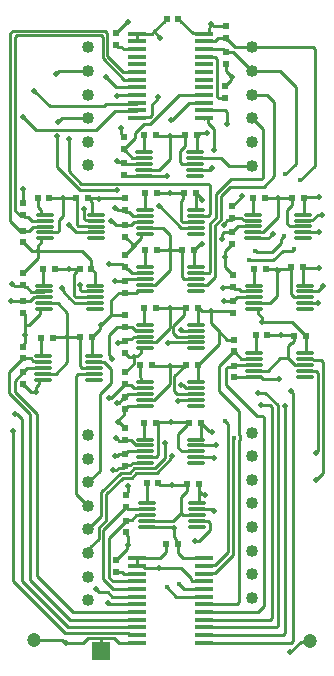
<source format=gtl>
G04*
G04 #@! TF.GenerationSoftware,Altium Limited,Altium Designer,20.1.12 (249)*
G04*
G04 Layer_Physical_Order=1*
G04 Layer_Color=255*
%FSLAX25Y25*%
%MOIN*%
G70*
G04*
G04 #@! TF.SameCoordinates,9E92894B-ADF9-450B-81D9-0332103B8D06*
G04*
G04*
G04 #@! TF.FilePolarity,Positive*
G04*
G01*
G75*
%ADD12C,0.01000*%
%ADD22R,0.02362X0.01968*%
%ADD23R,0.01968X0.02362*%
G04:AMPARAMS|DCode=24|XSize=57.87mil|YSize=11.02mil|CornerRadius=1.38mil|HoleSize=0mil|Usage=FLASHONLY|Rotation=0.000|XOffset=0mil|YOffset=0mil|HoleType=Round|Shape=RoundedRectangle|*
%AMROUNDEDRECTD24*
21,1,0.05787,0.00827,0,0,0.0*
21,1,0.05512,0.01102,0,0,0.0*
1,1,0.00276,0.02756,-0.00413*
1,1,0.00276,-0.02756,-0.00413*
1,1,0.00276,-0.02756,0.00413*
1,1,0.00276,0.02756,0.00413*
%
%ADD24ROUNDEDRECTD24*%
%ADD25R,0.05906X0.05906*%
G04:AMPARAMS|DCode=26|XSize=61.81mil|YSize=16.14mil|CornerRadius=2.02mil|HoleSize=0mil|Usage=FLASHONLY|Rotation=0.000|XOffset=0mil|YOffset=0mil|HoleType=Round|Shape=RoundedRectangle|*
%AMROUNDEDRECTD26*
21,1,0.06181,0.01211,0,0,0.0*
21,1,0.05778,0.01614,0,0,0.0*
1,1,0.00404,0.02889,-0.00605*
1,1,0.00404,-0.02889,-0.00605*
1,1,0.00404,-0.02889,0.00605*
1,1,0.00404,0.02889,0.00605*
%
%ADD26ROUNDEDRECTD26*%
%ADD27C,0.04000*%
%ADD28C,0.02000*%
%ADD29C,0.01772*%
%ADD30C,0.04724*%
D12*
X63442Y74439D02*
X65106D01*
X65158Y74490D01*
X65059Y79680D02*
X65158Y79582D01*
Y74490D02*
Y79582D01*
X65059Y79680D02*
Y80066D01*
X65256D02*
X65740Y79582D01*
Y79385D02*
Y79582D01*
X65059Y80066D02*
X65256D01*
X65740Y79385D02*
X67867Y77258D01*
X68510D01*
X68701Y77067D01*
X85571Y113740D02*
Y115157D01*
Y113740D02*
X85630Y113681D01*
X85728Y113779D01*
X82401Y143525D02*
X85848D01*
X82382Y143506D02*
X82401Y143525D01*
X85848D02*
X90945Y148622D01*
Y154823D01*
X89075Y142970D02*
Y143012D01*
X87642Y141537D02*
X89075Y142970D01*
X82382Y141537D02*
X87642D01*
X92421Y137402D02*
X95768D01*
X96260Y137894D01*
X92913Y142224D02*
Y142323D01*
X91980Y141291D02*
X92913Y142224D01*
X90444Y131398D02*
X91240D01*
X86811D02*
X89771D01*
X90174Y130995D01*
X90444D01*
X81201Y134153D02*
X89173D01*
X83378Y137303D02*
X83772Y136909D01*
X83169Y137303D02*
X83378D01*
X83772Y136909D02*
X88878D01*
X64862Y176673D02*
X67126D01*
X56701Y40265D02*
Y41299D01*
X56102Y41898D02*
X56701Y41299D01*
X56102Y41898D02*
Y44882D01*
X47047Y45408D02*
X55577D01*
X56102Y44882D01*
X37588Y80895D02*
X39408Y82715D01*
X37588Y80325D02*
Y80895D01*
X35860Y64173D02*
X36911D01*
X37707Y64969D01*
X35425Y101386D02*
Y101571D01*
X34547Y102448D02*
X35425Y101571D01*
X39862Y112106D02*
X42224D01*
X37303D02*
X39862D01*
X42699Y99704D02*
Y100634D01*
X42706Y101958D02*
X42815Y102067D01*
X42706Y100640D02*
Y101958D01*
X42699Y100634D02*
X42706Y100640D01*
X8465Y90256D02*
X10138D01*
Y91988D01*
X11024Y134941D02*
Y137303D01*
X20669Y131299D02*
X24409D01*
X24902Y124388D02*
Y125996D01*
X23109Y119865D02*
X29781D01*
X21217Y121757D02*
X23109Y119865D01*
X19496Y123478D02*
Y124032D01*
X24902Y125996D02*
X24917Y126012D01*
X21217Y121757D02*
Y121757D01*
X19496Y123478D02*
X21217Y121757D01*
X18996Y124532D02*
X19496Y124032D01*
X24902Y124388D02*
X25487Y123802D01*
X18996Y124532D02*
Y124803D01*
X25487Y123802D02*
X29781D01*
X73032Y137205D02*
X75591Y139764D01*
X73032Y131988D02*
X75886Y129134D01*
X73032Y135335D02*
Y137205D01*
Y131988D02*
Y135335D01*
X30730Y154823D02*
X30996Y154557D01*
X27830Y154823D02*
X30730D01*
X30996Y154557D02*
X31266D01*
X39240Y166961D02*
X39930Y166271D01*
X37238Y167152D02*
X37429Y166961D01*
X39240D01*
X16634Y131299D02*
X20669D01*
X95177Y131405D02*
Y131890D01*
Y122989D02*
Y131405D01*
X88271Y119865D02*
X90650Y122244D01*
Y130261D02*
X91092Y130704D01*
X90650Y122244D02*
Y130261D01*
X91092Y130704D02*
Y131250D01*
X39961Y78248D02*
Y78445D01*
X39476Y78929D02*
X39961Y78445D01*
X39279Y78929D02*
X39476D01*
X37790Y80419D02*
X39279Y78929D01*
X37495Y80419D02*
X37790D01*
X39408Y84093D02*
X39862Y84547D01*
X39408Y82715D02*
Y84093D01*
X41008Y85693D02*
X46555D01*
X40543Y85228D02*
X41008Y85693D01*
X40347Y85228D02*
X40543D01*
X39862Y84744D02*
X40347Y85228D01*
X39862Y84547D02*
Y84744D01*
X39469Y175115D02*
Y175312D01*
X38984Y175796D02*
X39469Y175312D01*
X38972Y175796D02*
X38984D01*
X38386Y176382D02*
X38972Y175796D01*
X38386Y176382D02*
Y178248D01*
X31890Y8243D02*
X36245D01*
X27534D02*
X31890D01*
X31791Y3937D02*
Y8145D01*
X31890Y8243D01*
X23720Y146068D02*
Y155050D01*
X18799Y7776D02*
X19980Y6594D01*
X37795Y6693D02*
X43701D01*
X36245Y8243D02*
X37795Y6693D01*
X20079D02*
X25984D01*
X27534Y8243D01*
X36952Y209941D02*
Y210138D01*
X37436Y210622D01*
X37633D01*
X40692Y213681D01*
X40945D01*
X75984Y203543D02*
X82284Y197244D01*
X91535D01*
X82284Y205118D02*
X102450D01*
X76673D02*
X82284D01*
X63878Y175886D02*
X64075D01*
X64862Y176673D01*
X75714Y35950D02*
Y74504D01*
X69795Y30031D02*
X75714Y35950D01*
X66299Y29724D02*
X66606Y30031D01*
X69795D01*
X69316Y50591D02*
X69587D01*
X64028Y51262D02*
X68645D01*
X69316Y50591D01*
X74114Y36973D02*
Y79614D01*
X63976Y51313D02*
X64028Y51262D01*
X69732Y32591D02*
X74114Y36973D01*
X77987Y20207D02*
Y74177D01*
Y76019D02*
X78086Y75921D01*
X77987Y76019D02*
Y83824D01*
X78086Y74276D02*
Y75921D01*
X77987Y74177D02*
X78086Y74276D01*
X75714Y74504D02*
X76100Y74890D01*
Y75098D01*
X73228Y80500D02*
X74114Y79614D01*
X73228Y80500D02*
Y80709D01*
X88878Y136909D02*
X91980Y140012D01*
Y141291D01*
X89173Y134153D02*
X92421Y137402D01*
X63583Y156578D02*
X63779D01*
X64264Y156094D01*
Y155897D02*
Y156094D01*
Y155897D02*
X65650Y154511D01*
Y154331D02*
Y154511D01*
X67158Y125917D02*
X69882Y128642D01*
Y145815D01*
X93307Y162992D02*
X96752Y166437D01*
Y192028D01*
X91535Y197244D02*
X96752Y192028D01*
X98327Y161024D02*
X103035Y165732D01*
X102450Y205118D02*
X103035Y204532D01*
Y165732D02*
Y204532D01*
X66606Y32591D02*
X69732D01*
X66299Y32283D02*
X66606Y32591D01*
X63493Y72522D02*
X69963D01*
X70079Y72638D01*
X63493Y68585D02*
X69200D01*
X63442Y68533D02*
X63493Y68585D01*
X53740Y25197D02*
Y25295D01*
X56890Y22047D02*
X66299D01*
X53740Y25197D02*
X56890Y22047D01*
X57874Y26378D02*
X59646Y24606D01*
X66299D01*
X63249Y40644D02*
X64365D01*
X68110Y44390D02*
Y46739D01*
X63058Y40453D02*
X63249Y40644D01*
X64365D02*
X68110Y44390D01*
X60433Y57284D02*
Y59744D01*
X47047Y47376D02*
X55742D01*
X58465Y50098D01*
X59219Y49345D02*
X63976D01*
X67524Y47325D02*
X68110Y46739D01*
X64028Y47325D02*
X67524D01*
X63976Y47376D02*
X64028Y47325D01*
X58465Y50098D02*
X59219Y49345D01*
X71161Y90650D02*
X77987Y83824D01*
X77268Y19488D02*
X77987Y20207D01*
X72753Y125197D02*
X75886D01*
X72597Y125041D02*
X72753Y125197D01*
X72764Y120543D02*
X75759D01*
X76370Y121153D01*
X72736Y120571D02*
X72764Y120543D01*
X73524Y197244D02*
Y199606D01*
Y197244D02*
X75492Y195276D01*
X73048Y192126D02*
Y192323D01*
X73532Y192807D01*
X73729D01*
X75301Y194378D01*
Y195084D01*
X75492Y195276D01*
X62507Y209852D02*
X67605D01*
X67804Y210051D01*
Y211465D01*
X68214Y211876D01*
Y212801D01*
X68405Y212992D01*
X69463Y212205D02*
X73524D01*
X68676Y212992D02*
X69463Y212205D01*
X68405Y212992D02*
X68676D01*
X31594Y154823D02*
X39764D01*
X39879Y162385D02*
X46260D01*
X39567Y162697D02*
X39879Y162385D01*
X46260D02*
X46277Y162402D01*
X53740D01*
X27633Y154823D02*
X27830D01*
X28142Y154511D01*
X27461Y154995D02*
X27633Y154823D01*
X54921Y137598D02*
Y142618D01*
X46611Y145045D02*
X52494D01*
X54921Y142618D01*
X5906Y153150D02*
X5906Y153150D01*
Y157874D01*
X5906Y129823D02*
Y130020D01*
X6390Y130504D01*
X6587D01*
X11024Y134941D01*
X28642Y131398D02*
Y134153D01*
X25492Y137303D02*
X28642Y134153D01*
X11024Y137303D02*
X25492D01*
X39862Y123425D02*
X43689D01*
X44213Y123949D01*
X46555D01*
X37697Y123425D02*
X39862D01*
X35138Y120866D02*
X37697Y123425D01*
X35138Y116043D02*
Y120866D01*
X39961Y135925D02*
X40445Y136409D01*
Y136705D01*
X42717Y138976D01*
Y139173D02*
Y139182D01*
Y138976D02*
Y139173D01*
X45197Y143077D02*
X46611D01*
X45146Y143026D02*
X45197Y143077D01*
X45146Y141611D02*
Y143026D01*
X42717Y139182D02*
X45146Y141611D01*
X39862Y141831D02*
Y142028D01*
Y141831D02*
X40346Y141347D01*
X40543D01*
X42717Y139173D01*
X62795Y137450D02*
X62992D01*
X63476Y137934D01*
Y138131D01*
X64623Y139277D01*
X65458D01*
X65650Y139469D01*
X75590Y152182D02*
Y152379D01*
X76075Y152863D01*
X76272D01*
X78839Y155430D01*
Y155512D01*
X99410Y155038D02*
X99785Y155413D01*
X104429D01*
X99114Y131890D02*
X99409Y131595D01*
X104626D01*
X76460Y95357D02*
X82874D01*
X76279Y95177D02*
X76460Y95357D01*
X82874D02*
X85216D01*
X85268Y95306D01*
Y95172D02*
Y95306D01*
Y95172D02*
X85853Y94587D01*
X91142D01*
X71211Y110482D02*
X73917Y107776D01*
X68504Y113189D02*
X71211Y110482D01*
X64075Y99194D02*
X64272D01*
X64756Y99678D01*
Y99875D01*
X71211Y106330D01*
Y110482D01*
X100000Y108957D02*
X100197D01*
X99516Y109441D02*
X100000Y108957D01*
X99516Y109441D02*
Y109638D01*
X95374Y113779D02*
X99516Y109638D01*
X85728Y113779D02*
X95374D01*
X82832Y117897D02*
X84246D01*
X84297Y117845D01*
Y116431D02*
Y117845D01*
Y116431D02*
X85571Y115157D01*
X73917Y107776D02*
X76083D01*
X68504Y113189D02*
Y117323D01*
X64272Y118322D02*
X64468D01*
X65468Y117323D01*
X68504D01*
X75886Y116535D02*
Y116732D01*
X75402Y117217D02*
X75886Y116732D01*
X75205Y117217D02*
X75402D01*
X75098Y117323D02*
X75205Y117217D01*
X68504Y117323D02*
X75098D01*
X39961Y96966D02*
Y97162D01*
X40445Y97647D01*
X40642D01*
X42699Y99704D01*
X39961Y103248D02*
Y103445D01*
Y103248D02*
X40445Y102764D01*
X40642D01*
X41309Y102096D01*
X42785D01*
X42815Y102067D01*
X45141Y104821D02*
X46555D01*
X45090Y104770D02*
X45141Y104821D01*
X45090Y103355D02*
Y104770D01*
X43992Y102258D02*
X45090Y103355D01*
X43006Y102258D02*
X43992D01*
X42815Y102067D02*
X43006Y102258D01*
X35138Y116043D02*
X39862D01*
X31791Y112697D02*
X35138Y116043D01*
X28839Y108465D02*
X29035D01*
X29520Y108949D01*
Y109146D01*
X31663Y111289D01*
Y112569D01*
X31791Y112697D01*
X6398Y112746D02*
Y116240D01*
Y109252D02*
Y112746D01*
X11437Y117897D02*
X12851D01*
X11386Y117845D02*
X11437Y117897D01*
X11386Y116431D02*
Y117845D01*
X7701Y112746D02*
X11386Y116431D01*
X6398Y112746D02*
X7701D01*
X6004Y116634D02*
X6398Y116240D01*
X5807Y105413D02*
X6291Y105898D01*
Y106574D01*
X6398Y106680D01*
Y109252D01*
X5807Y92716D02*
Y92913D01*
Y92716D02*
X6291Y92232D01*
X6488D01*
X8465Y90256D01*
X11142Y94406D02*
X12556D01*
X11091Y94355D02*
X11142Y94406D01*
X11091Y92941D02*
Y94355D01*
X10138Y91988D02*
X11091Y92941D01*
X39961Y65650D02*
X40375Y66064D01*
X41833D01*
X42283Y66514D01*
X46462D01*
X46513Y66565D01*
X39961Y65453D02*
Y65650D01*
X39476Y64969D02*
X39961Y65453D01*
X37707Y64969D02*
X39476D01*
X40157Y56004D02*
Y56201D01*
X40945Y56988D01*
Y58957D01*
X64370Y57382D02*
Y59744D01*
Y53333D02*
Y57382D01*
X66344Y56195D02*
X66535Y56004D01*
X65557Y56195D02*
X66344D01*
X64370Y57382D02*
X65557Y56195D01*
X101369Y7078D02*
X101673Y7382D01*
X98515Y7078D02*
X101369D01*
X94980Y3543D02*
X98515Y7078D01*
X61713Y27751D02*
Y28445D01*
X62298Y27165D02*
X66299D01*
X61713Y27751D02*
X62298Y27165D01*
X58465Y31693D02*
X61713Y28445D01*
X51279Y31693D02*
X58465D01*
X43701Y32283D02*
X45984D01*
X46575Y31693D01*
X51279D01*
X57185Y39781D02*
X57382D01*
X56701Y40265D02*
X57185Y39781D01*
X36952Y34252D02*
Y34449D01*
X37436Y34933D01*
X37633D01*
X40641Y37941D01*
Y39263D01*
X40748Y39370D01*
X40157Y43504D02*
X40642Y43020D01*
Y42343D02*
Y43020D01*
Y42343D02*
X40748Y42237D01*
Y39370D02*
Y42237D01*
X9449Y7776D02*
X18799D01*
X20079Y6693D02*
X20079Y6693D01*
X19980Y6594D02*
X20079Y6693D01*
X71161Y90650D02*
Y98917D01*
X43307Y175017D02*
Y176654D01*
X40150Y171859D02*
X43307Y175017D01*
Y176654D02*
X46340Y179687D01*
X57866Y189272D02*
X66299D01*
X48282Y179687D02*
X57866Y189272D01*
X50386Y187910D02*
X50886Y188410D01*
X48819Y186122D02*
X50386Y187689D01*
X50886Y188410D02*
Y188681D01*
X44008Y181902D02*
X48233D01*
X48819Y182487D01*
X50386Y187689D02*
Y187910D01*
X48819Y182487D02*
Y186122D01*
X46340Y179687D02*
X48282D01*
X39469Y170981D02*
Y171375D01*
X43701Y181595D02*
X44008Y181902D01*
X39370Y204626D02*
X43701D01*
X36952Y205865D02*
Y206004D01*
Y205865D02*
X37436Y205381D01*
X38615D01*
X39370Y204626D01*
X49549Y210491D02*
X53059Y214001D01*
X48802Y209744D02*
X49549Y210491D01*
X51673Y208366D02*
X51673D01*
X49549Y210491D02*
X51673Y208366D01*
X43701Y207185D02*
Y209744D01*
X36647Y68799D02*
X37050D01*
X36722Y74803D02*
X37224D01*
X58047Y87661D02*
X63484D01*
X60241Y91650D02*
X63433D01*
X57480Y87303D02*
X57689D01*
X58047Y87661D01*
X59272Y92618D02*
X60241Y91650D01*
X63433D02*
X63484Y91598D01*
X58366Y92618D02*
X59272D01*
X49781Y64914D02*
X53051Y68183D01*
Y73327D01*
X23403Y121834D02*
X29781D01*
X22817Y122419D02*
Y129510D01*
Y122419D02*
X23403Y121834D01*
X34547Y132874D02*
X35449D01*
X35552Y132978D01*
X54921Y118209D02*
X60025D01*
X55905Y112303D02*
X59654Y116051D01*
X58661Y110858D02*
X58793Y110726D01*
X63484D01*
X55905Y109941D02*
Y112303D01*
X57089Y108758D02*
X63484D01*
X55905Y109941D02*
X57089Y108758D01*
X56266Y95519D02*
X59861Y99114D01*
X56266Y90544D02*
X57180Y89630D01*
X56266Y90544D02*
Y95519D01*
X82874Y97326D02*
X87385D01*
X91535Y101476D02*
X94291D01*
X87385Y97326D02*
X91535Y101476D01*
X87303Y109153D02*
X87402Y109252D01*
X92028D01*
X95964D02*
X96260Y108957D01*
X92028Y109252D02*
X95964D01*
X82331Y147494D02*
X82382Y147442D01*
X78628Y148245D02*
X79379Y147494D01*
X82331D01*
X75590Y148245D02*
X78628D01*
X63591Y149033D02*
X67623D01*
Y159744D02*
X68209Y159158D01*
X25295Y159744D02*
X67623D01*
Y149033D02*
X68209Y149619D01*
Y159158D01*
X73109Y146780D02*
X73939Y147610D01*
X75590Y148094D02*
Y148245D01*
X70175Y156197D02*
X75099Y161122D01*
X73109Y146073D02*
Y146780D01*
X69882Y145815D02*
X71775Y147708D01*
X68282Y146478D02*
X70175Y148371D01*
X75106Y147610D02*
X75590Y148094D01*
X72918Y145881D02*
X73109Y146073D01*
X70175Y148371D02*
Y156197D01*
X73939Y147610D02*
X75106D01*
X71775Y147708D02*
Y155535D01*
X68282Y130440D02*
Y146478D01*
X71775Y155535D02*
X75000Y158760D01*
X86221D01*
X72146Y141339D02*
Y143028D01*
X72864Y143747D01*
X75545D01*
X75591Y143701D01*
X63484Y129854D02*
X67696D01*
X68282Y130440D01*
X75099Y161122D02*
X85241D01*
X63540Y148982D02*
X63591Y149033D01*
X99778Y119882D02*
X104313D01*
X46260Y164353D02*
X51066D01*
X54823Y168110D02*
Y175492D01*
X51066Y164353D02*
X54823Y168110D01*
X50295Y175984D02*
X50779Y175500D01*
X51554D01*
X51562Y175492D01*
X54823D01*
X59547D02*
X59941Y175886D01*
X54823Y175492D02*
X59547D01*
X46555Y125917D02*
X46606Y125969D01*
X49984D01*
X54921Y130905D02*
Y137598D01*
X49984Y125969D02*
X54921Y130905D01*
X58710Y137598D02*
X58858Y137450D01*
X54921Y137598D02*
X58710D01*
X50492Y137450D02*
X50641Y137598D01*
X54921D01*
X12607Y96426D02*
X16702D01*
X20669Y100394D02*
Y108465D01*
X16702Y96426D02*
X20669Y100394D01*
X12556Y96375D02*
X12607Y96426D01*
X12851Y119865D02*
X17438D01*
X20669Y108465D02*
Y116634D01*
X17438Y119865D02*
X20669Y116634D01*
X24902Y108465D02*
X24902Y108465D01*
X20669Y108465D02*
X24902D01*
X15846Y108366D02*
X15945Y108465D01*
X20669D01*
X24409Y131299D02*
X24508Y131398D01*
X16535Y131398D02*
X16634Y131299D01*
X17815Y147736D02*
X19193Y149114D01*
X13240Y143514D02*
X17229D01*
X17815Y144100D01*
Y147736D01*
X13189Y143463D02*
X13240Y143514D01*
X19193Y149114D02*
Y154921D01*
X23450D02*
X23524Y154995D01*
X19193Y154921D02*
X23450D01*
X14665Y154995D02*
X14739Y154921D01*
X19193D01*
X95257Y154823D02*
X95472Y155038D01*
X90945Y154823D02*
X95257D01*
X86516Y155038D02*
X86731Y154823D01*
X90945D01*
X91092Y131250D02*
X91240Y131398D01*
X82832Y119865D02*
X88271D01*
X94693Y131405D02*
X95177Y131890D01*
X93918Y131405D02*
X94693D01*
X93910Y131398D02*
X93918Y131405D01*
X91240Y131398D02*
X93910D01*
X50096Y106789D02*
X51575Y108268D01*
X51575D01*
X46555Y106789D02*
X50096D01*
X51575Y108268D02*
X54921Y111614D01*
Y118209D01*
X50098Y118322D02*
X50212Y118209D01*
X54921D01*
X59654Y117838D02*
X60025Y118209D01*
X60221D01*
X60335Y118322D01*
X54823Y92913D02*
Y99114D01*
X49622Y87713D02*
X54823Y92913D01*
X46555Y87661D02*
X46606Y87713D01*
X49622D01*
X59861Y99114D02*
X60058D01*
X54823D02*
X59861D01*
X60058D02*
X60138Y99194D01*
X48917D02*
X48997Y99114D01*
X54823D01*
X46513Y68533D02*
X50202D01*
X50295Y80066D02*
X50303D01*
X50787Y79582D01*
Y69119D02*
Y79582D01*
X50202Y68533D02*
X50787Y69119D01*
X61070Y80118D02*
X61122Y80066D01*
X55216Y80118D02*
X61070D01*
X50295Y80066D02*
X50348Y80118D01*
X55216D01*
X60039Y59350D02*
X60433Y59744D01*
X55610Y59350D02*
X60039D01*
X50984Y59842D02*
X51468Y59358D01*
X52243D01*
X52251Y59350D01*
X55610D01*
X33563Y47538D02*
Y56299D01*
X39032Y61769D01*
X31077Y45052D02*
X33563Y47538D01*
X27559Y44488D02*
X31963Y48892D01*
Y56962D01*
X38370Y63368D01*
X55266Y68947D02*
X55413Y69095D01*
X55266Y68135D02*
Y68947D01*
X50444Y63314D02*
X55266Y68135D01*
X57480Y76424D02*
X60441Y79385D01*
X57480Y71752D02*
Y76424D01*
Y71752D02*
X58730Y70502D01*
X42946Y64914D02*
X49781D01*
X41401Y63368D02*
X42946Y64914D01*
X39032Y61769D02*
X42063D01*
X38370Y63368D02*
X41401D01*
X42063Y61769D02*
X43608Y63314D01*
X50444D01*
X28133Y38468D02*
X31077Y41412D01*
Y45052D01*
X27559Y36614D02*
X28133Y37188D01*
Y38468D01*
X32677Y44390D02*
X40157Y51870D01*
X32677Y27954D02*
Y44390D01*
Y27954D02*
X36025Y24606D01*
X34449Y28445D02*
X35728Y27165D01*
X34449Y41732D02*
X39476Y46760D01*
X34449Y28445D02*
Y41732D01*
X57180Y89630D02*
X63484D01*
X27559Y60236D02*
X31398Y64075D01*
Y89468D02*
X35138Y93209D01*
X31398Y64075D02*
Y89468D01*
X37738Y86520D02*
X39021Y87803D01*
X37305Y86520D02*
X37738D01*
X35155Y88386D02*
X39879Y93110D01*
X34449Y88386D02*
X35155D01*
X43244Y72788D02*
X43244D01*
X43510Y72522D02*
X46462D01*
X43244Y72788D02*
X43510Y72522D01*
X42519Y73513D02*
X43244Y72788D01*
X42519Y73513D02*
Y73513D01*
X39961Y74311D02*
X40099Y74173D01*
X41859D02*
X42519Y73513D01*
X40099Y74173D02*
X41859D01*
X46462Y72522D02*
X46513Y72470D01*
X37050Y68799D02*
X37887Y69636D01*
X39911D01*
X37224Y74803D02*
X38023Y74004D01*
X39654D01*
X30199Y24483D02*
X30310D01*
X31269Y23524D01*
X34055D01*
X39378Y87803D02*
X39862Y88287D01*
X39911Y69636D02*
X39961Y69587D01*
X39021Y87803D02*
X39378D01*
X39862Y88287D02*
Y88681D01*
X39654Y74004D02*
X39961Y74311D01*
X34055Y23524D02*
X35531Y22047D01*
X43701D01*
X54331Y106595D02*
X54526Y106789D01*
X63484D01*
X59654Y116051D02*
Y117838D01*
X23524Y56398D02*
X27559Y52362D01*
X23524Y95772D02*
X24109Y96358D01*
X29469D01*
X23524Y56398D02*
Y95772D01*
X29469Y96358D02*
X29485Y96375D01*
X35138Y93209D02*
Y97933D01*
X32810Y100261D02*
X35138Y97933D01*
X29536Y100261D02*
X32810D01*
X29485Y100312D02*
X29536Y100261D01*
X42715Y108758D02*
X46555D01*
X39961Y107382D02*
X40415Y107836D01*
X41793D01*
X42715Y108758D01*
X42224Y112106D02*
X43553Y110777D01*
X46504D01*
X46555Y110726D01*
X63442Y72470D02*
X63493Y72522D01*
X103543Y69992D02*
X104207Y70656D01*
X103543Y69784D02*
Y69992D01*
X104207Y70656D02*
Y96740D01*
X99803Y97326D02*
X103621D01*
X104207Y96740D01*
X99803Y101263D02*
X99854Y101212D01*
X102511D01*
X102640Y101083D01*
X105118D01*
X105807Y63386D02*
Y100394D01*
X105118Y101083D02*
X105807Y100394D01*
X103445Y61024D02*
X105807Y63386D01*
X99761Y123802D02*
X104216D01*
X105905Y125492D01*
X99761Y119865D02*
X99778Y119882D01*
X105368Y149265D02*
X105413Y149311D01*
X99311Y147442D02*
X99362Y147494D01*
X102313D01*
X104085Y149265D01*
X105368D01*
X99311Y143506D02*
X99313Y143504D01*
X104626D01*
X53543Y214682D02*
X53740D01*
X53059Y214198D02*
X53543Y214682D01*
X53059Y214001D02*
Y214198D01*
X43701Y209744D02*
X48802D01*
X58358Y214001D02*
X62507Y209852D01*
X58358Y214001D02*
Y214198D01*
X57874Y214682D02*
X58358Y214198D01*
X57677Y214682D02*
X57874D01*
X82284Y189370D02*
X87205D01*
X89665Y186909D01*
Y162205D02*
Y186909D01*
X86221Y158760D02*
X89665Y162205D01*
X75591Y143701D02*
Y143898D01*
X63484Y125917D02*
X67158D01*
X82284Y181496D02*
X85827Y177953D01*
Y161708D02*
Y177953D01*
X85241Y161122D02*
X85827Y161708D01*
X22817Y129510D02*
X24024Y130717D01*
X26710Y147451D02*
X30067D01*
X26124Y148037D02*
Y151223D01*
Y148037D02*
X26710Y147451D01*
X3715Y82874D02*
X5474Y81115D01*
X3347Y82874D02*
X3715D01*
X17864Y197293D02*
X27559D01*
X16732Y196161D02*
X17864Y197293D01*
X9646Y190748D02*
Y190748D01*
Y190748D02*
X14764Y185630D01*
X32874D01*
X18750Y181545D02*
X27559D01*
X17618Y180413D02*
X18750Y181545D01*
X17126Y165157D02*
Y175492D01*
X24024Y130717D02*
Y130913D01*
X21161Y163878D02*
X25295Y159744D01*
X24803Y157480D02*
X37303D01*
X5906Y144095D02*
X7972D01*
X9309Y145431D02*
X13189D01*
X7972Y144095D02*
X9309Y145431D01*
X8801Y147400D02*
X13189D01*
X5906Y149095D02*
Y149213D01*
Y149095D02*
X6390Y148611D01*
X7590D01*
X8801Y147400D01*
X23467Y143463D02*
X30118D01*
X21063Y145866D02*
X23467Y143463D01*
X30067Y147451D02*
X30118Y147400D01*
X34547Y109350D02*
X37303Y112106D01*
X34547Y102448D02*
Y109350D01*
X17126Y165157D02*
X24803Y157480D01*
X51083Y152461D02*
X58498Y145045D01*
X51034Y152378D02*
Y152411D01*
X51083Y152461D01*
X58498Y145045D02*
X63540D01*
X69390Y170990D02*
Y177953D01*
Y170990D02*
X69427Y170953D01*
X66142Y181437D02*
X66299Y181595D01*
X68290Y164353D02*
X68996Y165059D01*
X63189Y164353D02*
X68290D01*
X36231Y146653D02*
X36232D01*
X39862Y145965D02*
X41943D01*
X36232Y146653D02*
X36921Y145965D01*
X42992Y147014D02*
X46611D01*
X35467Y147417D02*
X36231Y146653D01*
X36921Y145965D02*
X39862D01*
X41943D02*
X42992Y147014D01*
X35260Y147417D02*
X35467D01*
X58952Y147014D02*
X63540D01*
X58366Y147600D02*
X58952Y147014D01*
X58366Y147600D02*
Y153839D01*
X59232Y156164D02*
X59564Y156496D01*
X59646Y156578D01*
X54921Y156496D02*
X59564D01*
X50590Y156578D02*
X50672Y156496D01*
X54921D01*
X21161Y163878D02*
Y174508D01*
X74410Y165748D02*
X82284D01*
X63189Y168290D02*
X71867D01*
X74410Y165748D01*
X81472Y173622D02*
X82284D01*
X40248Y150205D02*
X41232D01*
X39764Y150689D02*
Y150886D01*
Y150689D02*
X40248Y150205D01*
X41232D02*
X42455Y148982D01*
X66299Y6693D02*
X95182D01*
X95768Y7279D01*
X95235Y90428D02*
Y90690D01*
X95768Y7279D02*
Y89895D01*
X95235Y90428D02*
X95768Y89895D01*
X90847Y12397D02*
Y85827D01*
X84252Y90059D02*
X86614D01*
X90847Y85827D01*
X88091Y85827D02*
X88779Y85138D01*
X85236Y85827D02*
X88091D01*
X35552Y132978D02*
X35593Y132937D01*
X11909Y102332D02*
Y108366D01*
Y102332D02*
X11961Y102280D01*
X12556D01*
X29469Y98327D02*
X29485Y98343D01*
X25492Y98327D02*
X29469D01*
X24902Y98917D02*
Y108465D01*
Y98917D02*
X25492Y98327D01*
X28839Y102332D02*
Y108465D01*
Y102332D02*
X28890Y102280D01*
X29485D01*
X21654Y14370D02*
X43701D01*
X8268Y27756D02*
Y82973D01*
Y27756D02*
X21654Y14370D01*
X1349Y89892D02*
X8268Y82973D01*
X10531Y28937D02*
X22539Y16929D01*
X3150Y90354D02*
X10531Y82972D01*
Y28937D02*
Y82972D01*
X22539Y16929D02*
X43701D01*
X19914Y9904D02*
X40765D01*
X2559Y27259D02*
X11731Y18087D01*
X11731D02*
X19914Y9904D01*
X11731Y18087D02*
X11731D01*
X5474Y27303D02*
Y81115D01*
Y27303D02*
X12574Y20202D01*
X2559Y27259D02*
Y77165D01*
X12574Y20202D02*
X20966Y11811D01*
X39476Y106841D02*
X39961Y107325D01*
Y107382D01*
X37567Y106841D02*
X39476D01*
X37419Y106693D02*
X37567Y106841D01*
X40765Y9904D02*
X41417Y9252D01*
X20966Y11811D02*
X43701D01*
X41417Y9252D02*
X43701D01*
X34449Y19488D02*
X43701D01*
X34154Y19783D02*
X34449Y19488D01*
X3150Y93996D02*
X6291Y97138D01*
X3150Y90354D02*
Y93996D01*
X1349Y97018D02*
X5126Y100795D01*
X1349Y89892D02*
Y97018D01*
X6291Y97138D02*
Y97531D01*
X5126Y100795D02*
X5323D01*
X5807Y101279D01*
Y101476D02*
X8440D01*
X9287Y100629D01*
X9896D01*
X10214Y100312D01*
X12556D01*
X5807Y101279D02*
Y101476D01*
X6291Y97531D02*
X6488D01*
X7300Y98343D01*
X12556D01*
X39862Y88681D02*
X40347Y89165D01*
X40543D01*
X41008Y89630D01*
X46555D01*
X46520Y91634D02*
X46555Y91598D01*
X42815Y91634D02*
X46520D01*
X41834Y92615D02*
X42815Y91634D01*
X39961Y93028D02*
X40374Y92615D01*
X41834D01*
X39879Y93110D02*
X39961Y93028D01*
X43655Y49293D02*
X46996D01*
X40157Y47441D02*
X40410Y47694D01*
X42056D01*
X43655Y49293D01*
X46996D02*
X47047Y49345D01*
X40157Y51870D02*
Y52067D01*
Y51870D02*
X40642Y51386D01*
X40839D01*
X40911Y51313D01*
X47047D01*
X35728Y27165D02*
X43701D01*
X36025Y24606D02*
X43701D01*
X39476Y46760D02*
X39673D01*
X40157Y47244D01*
Y47441D01*
X76279Y99114D02*
X76436Y99270D01*
X82850D01*
X82874Y99294D01*
X76083Y103642D02*
Y103839D01*
Y103642D02*
X76567Y103157D01*
X76764D01*
X78658Y101263D01*
X82874D01*
X73425Y92618D02*
Y98036D01*
X74011Y98622D02*
X75795D01*
X73425Y98036D02*
X74011Y98622D01*
X73425Y92618D02*
X83760Y82284D01*
X86319Y18996D02*
Y81698D01*
X85733Y82284D02*
X86319Y81698D01*
X83760Y82284D02*
X85733D01*
X84252Y16929D02*
X86319Y18996D01*
X66299Y16929D02*
X84252D01*
X66299Y19488D02*
X77268D01*
X75598Y103157D02*
X76083Y103642D01*
X75402Y103157D02*
X75598D01*
X71161Y98917D02*
X75402Y103157D01*
X93209Y9838D02*
Y85630D01*
X66299Y14370D02*
X88194D01*
X88779Y14956D01*
Y85138D01*
X66299Y11811D02*
X90261D01*
X90847Y12397D01*
X92623Y9252D02*
X93209Y9838D01*
X66299Y9252D02*
X92623D01*
X39961Y69587D02*
Y69784D01*
X40445Y70268D01*
X40642D01*
X40876Y70502D01*
X46513D01*
X75591Y143898D02*
X76075Y144382D01*
X76272D01*
X77364Y145474D01*
X82382D01*
X73524Y203543D02*
X75984D01*
X66299Y204626D02*
X72441D01*
X72843Y204224D01*
X73039D01*
X73524Y203740D01*
Y203543D02*
Y203740D01*
X66299Y207185D02*
X66398Y207283D01*
X69784D01*
X70768Y208268D02*
X73524D01*
X69784Y207283D02*
X70768Y208268D01*
X74205Y207587D02*
X76673Y205118D01*
X74008Y207587D02*
X74205D01*
X73524Y208071D02*
X74008Y207587D01*
X73524Y208071D02*
Y208268D01*
X71161Y188189D02*
X73048D01*
X66360Y202006D02*
X69985D01*
X70571Y201420D01*
Y188779D02*
Y201420D01*
Y188779D02*
X71161Y188189D01*
X66299Y202067D02*
X66360Y202006D01*
X43504Y29528D02*
X43701Y29724D01*
X39567Y29528D02*
X43504D01*
X36952Y30315D02*
X37022Y30244D01*
X38850D01*
X39567Y29528D01*
X43701Y32283D02*
Y34843D01*
X51378D01*
X53445Y36909D02*
Y39781D01*
X51378Y34843D02*
X53445Y36909D01*
X57382Y36713D02*
Y39781D01*
Y36713D02*
X59252Y34843D01*
X66299D01*
X58465Y50098D02*
Y55315D01*
X60433Y57284D01*
X64319Y53281D02*
X64370Y53333D01*
X63976Y53281D02*
X64319D01*
X47047Y53281D02*
Y59842D01*
X47047Y53281D02*
X47047Y53281D01*
X58730Y70502D02*
X63442D01*
X60925Y80066D02*
X61122D01*
X60441Y79582D02*
X60925Y80066D01*
X60441Y79385D02*
Y79582D01*
X46358Y74490D02*
Y80066D01*
Y74490D02*
X46409Y74439D01*
X46513D01*
X64075Y93618D02*
Y99194D01*
X64024Y93567D02*
X64075Y93618D01*
X63484Y93567D02*
X64024D01*
X44980Y95142D02*
Y99194D01*
Y95142D02*
X45090Y95032D01*
Y93618D02*
Y95032D01*
Y93618D02*
X45141Y93567D01*
X46555D01*
X46161Y112746D02*
Y118322D01*
Y112746D02*
X46213Y112695D01*
X46555D01*
X64272Y112746D02*
Y118322D01*
X64220Y112695D02*
X64272Y112746D01*
X63484Y112695D02*
X64220D01*
X83366Y103282D02*
Y109153D01*
X83315Y103231D02*
X83366Y103282D01*
X82874Y103231D02*
X83315D01*
X99752Y99345D02*
X99803Y99294D01*
X96422Y99345D02*
X99752D01*
X94291Y101476D02*
X96422Y99345D01*
X94291Y105709D02*
X95177Y106595D01*
X94291Y101476D02*
Y105709D01*
X95177Y106595D02*
X95674D01*
X96260Y107180D02*
Y108957D01*
X95674Y106595D02*
X96260Y107180D01*
X100197Y103282D02*
Y108957D01*
X100146Y103231D02*
X100197Y103282D01*
X99803Y103231D02*
X100146D01*
X76370Y121153D02*
X76567D01*
X77247Y121834D01*
X82832D01*
X78658Y123802D02*
X82832D01*
X75886Y125197D02*
X76340Y124742D01*
X77718D01*
X78658Y123802D01*
X82874Y125813D02*
Y131398D01*
X82832Y125771D02*
X82874Y125813D01*
X95177Y122989D02*
X96281Y121885D01*
X99710D01*
X99761Y121834D01*
X99114Y125822D02*
Y131890D01*
Y125822D02*
X99165Y125771D01*
X99761D01*
X94880Y145474D02*
X99311D01*
X93996Y146358D02*
X94880Y145474D01*
X93996Y146358D02*
Y151083D01*
X95472Y152559D01*
Y155038D01*
X99410Y149462D02*
Y155038D01*
X99358Y149411D02*
X99410Y149462D01*
X99311Y149411D02*
X99358D01*
X82579Y149462D02*
Y155038D01*
X82528Y149411D02*
X82579Y149462D01*
X82382Y149411D02*
X82528D01*
X58875Y166322D02*
X63189D01*
X58169Y167028D02*
X58875Y166322D01*
X58169Y167028D02*
Y170571D01*
X59941Y172343D02*
Y175886D01*
X58169Y170571D02*
X59941Y172343D01*
X63878Y170310D02*
Y175886D01*
X63827Y170259D02*
X63878Y170310D01*
X63189Y170259D02*
X63827D01*
X46358Y170310D02*
Y175984D01*
X46307Y170259D02*
X46358Y170310D01*
X46260Y170259D02*
X46307D01*
X59232Y154705D02*
Y156164D01*
X58366Y153839D02*
X59232Y154705D01*
X63583Y150993D02*
Y156578D01*
X63540Y150951D02*
X63583Y150993D01*
X46654D02*
Y156578D01*
X46611Y150951D02*
X46654Y150993D01*
X39862Y127362D02*
Y127402D01*
X40347Y127886D01*
X46555D01*
X39665Y127165D02*
X39862Y127362D01*
X36417Y127165D02*
X39665D01*
X35593Y132937D02*
X39012D01*
X66299Y181595D02*
X67162D01*
X67469Y181287D01*
Y179873D02*
Y181287D01*
Y179873D02*
X69390Y177953D01*
X58858Y128472D02*
Y137450D01*
X59444Y127886D02*
X63484D01*
X58858Y128472D02*
X59444Y127886D01*
X62795Y131874D02*
Y137450D01*
Y131874D02*
X62846Y131823D01*
X63484D01*
X46555D02*
Y137450D01*
X42291Y129854D02*
X46555D01*
X39961Y131791D02*
Y131988D01*
Y131791D02*
X40445Y131307D01*
X40839D01*
X42291Y129854D01*
X39961Y131988D02*
Y132185D01*
X39476Y132669D02*
X39961Y132185D01*
X39279Y132669D02*
X39476D01*
X39012Y132937D02*
X39279Y132669D01*
X73135Y184153D02*
X73721Y183568D01*
X66024Y184153D02*
X73135D01*
X73721Y179688D02*
Y183568D01*
X32874Y185630D02*
X33612Y186368D01*
X40562Y186406D02*
X43394D01*
X10199Y177756D02*
X30315D01*
X33612Y186368D02*
X40525D01*
X43394Y186406D02*
X43701Y186713D01*
X40525Y186368D02*
X40562Y186406D01*
X30315Y177756D02*
X36417Y183858D01*
X43405D01*
X42455Y148982D02*
X46611D01*
X37524Y150886D02*
X39764D01*
X36750Y151659D02*
X37524Y150886D01*
X36581Y151659D02*
X36750D01*
X37303Y189075D02*
X37500Y189272D01*
X43701D01*
X36713Y191831D02*
X43701D01*
X33366Y195177D02*
X36713Y191831D01*
X43405Y183858D02*
X43701Y184153D01*
X5870Y182085D02*
X10199Y177756D01*
X2866Y125689D02*
X5906D01*
X2374Y126181D02*
X2866Y125689D01*
X2165Y126181D02*
X2374D01*
X5892Y120459D02*
X6004Y120571D01*
X2028Y120459D02*
X5892D01*
X55174Y180896D02*
X55322Y181043D01*
X61280Y186713D02*
X66299D01*
X55610Y181043D02*
X61280Y186713D01*
X55322Y181043D02*
X55610D01*
X46209Y166271D02*
X46260Y166322D01*
X39930Y166271D02*
X46209D01*
X40150Y170497D02*
X42356Y168290D01*
X46260D01*
X39953Y171859D02*
X40150D01*
X39469Y171375D02*
X39953Y171859D01*
X39469Y170981D02*
X39953Y170497D01*
X40150D01*
X37795Y198425D02*
Y198425D01*
X33982Y202239D02*
Y209791D01*
Y202239D02*
X37795Y198425D01*
Y198425D02*
X39272Y196949D01*
X3761Y209128D02*
X31796D01*
X32382Y201476D02*
X39469Y194390D01*
X31796Y209128D02*
X32382Y208543D01*
X1575Y147244D02*
Y209791D01*
X32382Y201476D02*
Y208543D01*
X33045Y210728D02*
X33982Y209791D01*
X2512Y210728D02*
X33045D01*
X1575Y209791D02*
X2512Y210728D01*
X3175Y150736D02*
Y208543D01*
X3761Y209128D01*
X8176Y120571D02*
X9402Y121797D01*
X6004Y120571D02*
X8176D01*
X9402Y121797D02*
X12815D01*
X12851Y121834D01*
X12800Y123751D02*
X12851Y123802D01*
X10143Y123751D02*
X12800D01*
X10113Y123721D02*
X10143Y123751D01*
X8563Y123721D02*
X10113D01*
X5906Y125689D02*
X6390Y125205D01*
X7079D01*
X8563Y123721D01*
X12598Y125822D02*
Y131398D01*
Y125822D02*
X12650Y125771D01*
X12851D01*
X29781D02*
Y130259D01*
X29323Y130717D02*
X29781Y130259D01*
X29323Y130717D02*
Y130913D01*
X28839Y131398D02*
X29323Y130913D01*
X28642Y131398D02*
X28839D01*
X5906Y139961D02*
Y140157D01*
Y139961D02*
X6390Y139476D01*
X6587D01*
X8760Y137303D01*
X11024D01*
X11775Y141494D02*
X13189D01*
X11724Y141443D02*
X11775Y141494D01*
X11724Y140029D02*
Y141443D01*
X11024Y139329D02*
X11724Y140029D01*
X11024Y137303D02*
Y139329D01*
X23401Y155118D02*
X23524Y154995D01*
X10728Y151829D02*
Y154995D01*
Y151829D02*
X11724Y150833D01*
Y149419D02*
Y150833D01*
Y149419D02*
X11775Y149368D01*
X13189D01*
X28988D02*
X30118D01*
X28142Y154314D02*
Y154511D01*
X28937Y149419D02*
X28988Y149368D01*
X28142Y154314D02*
X28937Y153519D01*
Y149419D02*
Y153519D01*
X23720Y146068D02*
X24306Y145482D01*
X30067D01*
X30118Y145431D01*
X4698Y149213D02*
X5906D01*
X3175Y150736D02*
X4698Y149213D01*
X4724Y144095D02*
X5906D01*
X1575Y147244D02*
X4724Y144095D01*
X39469Y194390D02*
X43425D01*
X39272Y196949D02*
X43425D01*
D22*
X28642Y131398D02*
D03*
X24705D02*
D03*
X12598Y131398D02*
D03*
X16535D02*
D03*
X96260Y108957D02*
D03*
X100197D02*
D03*
X87303Y109153D02*
D03*
X83366D02*
D03*
X82874Y131398D02*
D03*
X86811D02*
D03*
X47047Y59842D02*
D03*
X50984D02*
D03*
X64370Y59744D02*
D03*
X60433D02*
D03*
X46358Y80066D02*
D03*
X50295D02*
D03*
X65059D02*
D03*
X61122D02*
D03*
X64075Y99194D02*
D03*
X60138D02*
D03*
X44980D02*
D03*
X48917D02*
D03*
X46161Y118322D02*
D03*
X50098D02*
D03*
X64272D02*
D03*
X60335D02*
D03*
X46555Y137450D02*
D03*
X50492D02*
D03*
X62795D02*
D03*
X58858D02*
D03*
X53445Y39781D02*
D03*
X57382D02*
D03*
X99410Y155038D02*
D03*
X95472D02*
D03*
X53740Y214682D02*
D03*
X57677D02*
D03*
X99114Y131890D02*
D03*
X95177D02*
D03*
X82579Y155038D02*
D03*
X86516D02*
D03*
X46358Y175984D02*
D03*
X50295D02*
D03*
X63878Y175886D02*
D03*
X59941D02*
D03*
X46654Y156578D02*
D03*
X50590D02*
D03*
X63583D02*
D03*
X59646D02*
D03*
X11909Y108366D02*
D03*
X15846D02*
D03*
X28839Y108465D02*
D03*
X24902D02*
D03*
X10728Y154995D02*
D03*
X14665D02*
D03*
X27461Y154995D02*
D03*
X23524D02*
D03*
D23*
X39862Y116043D02*
D03*
Y112106D02*
D03*
X39862Y123425D02*
D03*
Y127362D02*
D03*
X39961Y135925D02*
D03*
Y131988D02*
D03*
X75591Y139764D02*
D03*
Y143701D02*
D03*
X75886Y116535D02*
D03*
Y120472D02*
D03*
Y129134D02*
D03*
Y125197D02*
D03*
X76083Y103839D02*
D03*
Y107776D02*
D03*
X76279Y95177D02*
D03*
Y99114D02*
D03*
X36952Y209941D02*
D03*
Y206004D02*
D03*
X39862Y145965D02*
D03*
Y142028D02*
D03*
X39567Y166634D02*
D03*
Y162697D02*
D03*
X39469Y171178D02*
D03*
Y175115D02*
D03*
X39764Y150886D02*
D03*
Y154823D02*
D03*
X73048Y192126D02*
D03*
Y188189D02*
D03*
X73524Y212205D02*
D03*
Y208268D02*
D03*
X73524Y199606D02*
D03*
Y203543D02*
D03*
X36952Y30315D02*
D03*
Y34252D02*
D03*
X40157Y47441D02*
D03*
Y43504D02*
D03*
X40157Y52067D02*
D03*
Y56004D02*
D03*
X39961Y69587D02*
D03*
Y65650D02*
D03*
X39961Y74311D02*
D03*
Y78248D02*
D03*
X39862Y88484D02*
D03*
Y84547D02*
D03*
X39961Y93028D02*
D03*
Y96966D02*
D03*
X39961Y107382D02*
D03*
Y103445D02*
D03*
X5906Y129823D02*
D03*
Y125886D02*
D03*
X75590Y148245D02*
D03*
Y152182D02*
D03*
X5807Y96850D02*
D03*
Y92913D02*
D03*
X5807Y101476D02*
D03*
Y105413D02*
D03*
X6004Y120571D02*
D03*
Y116634D02*
D03*
X5906Y149213D02*
D03*
Y153150D02*
D03*
X5906Y144095D02*
D03*
Y140157D02*
D03*
D24*
X63484Y112695D02*
D03*
Y110726D02*
D03*
Y108758D02*
D03*
Y106789D02*
D03*
Y104821D02*
D03*
X46555D02*
D03*
Y106789D02*
D03*
Y108758D02*
D03*
Y110726D02*
D03*
Y112695D02*
D03*
X63484Y131823D02*
D03*
Y129854D02*
D03*
Y127886D02*
D03*
Y125917D02*
D03*
Y123949D02*
D03*
X46555D02*
D03*
Y125917D02*
D03*
Y127886D02*
D03*
Y129854D02*
D03*
Y131823D02*
D03*
X12851Y125771D02*
D03*
Y123802D02*
D03*
Y121834D02*
D03*
Y119865D02*
D03*
Y117897D02*
D03*
X29781D02*
D03*
Y119865D02*
D03*
Y121834D02*
D03*
Y123802D02*
D03*
Y125771D02*
D03*
X47047Y53281D02*
D03*
Y51313D02*
D03*
Y49345D02*
D03*
Y47376D02*
D03*
Y45408D02*
D03*
X63976D02*
D03*
Y47376D02*
D03*
Y49345D02*
D03*
Y51313D02*
D03*
Y53281D02*
D03*
X63484Y93567D02*
D03*
Y91598D02*
D03*
Y89630D02*
D03*
Y87661D02*
D03*
Y85693D02*
D03*
X46555D02*
D03*
Y87661D02*
D03*
Y89630D02*
D03*
Y91598D02*
D03*
Y93567D02*
D03*
X99311Y149411D02*
D03*
Y147442D02*
D03*
Y145474D02*
D03*
Y143506D02*
D03*
Y141537D02*
D03*
X82382D02*
D03*
Y143506D02*
D03*
Y145474D02*
D03*
Y147442D02*
D03*
Y149411D02*
D03*
X99761Y125771D02*
D03*
Y123802D02*
D03*
Y121834D02*
D03*
Y119865D02*
D03*
Y117897D02*
D03*
X82832D02*
D03*
Y119865D02*
D03*
Y121834D02*
D03*
Y123802D02*
D03*
Y125771D02*
D03*
X99803Y103231D02*
D03*
Y101263D02*
D03*
Y99294D02*
D03*
Y97326D02*
D03*
Y95357D02*
D03*
X82874D02*
D03*
Y97326D02*
D03*
Y99294D02*
D03*
Y101263D02*
D03*
Y103231D02*
D03*
X12556Y102280D02*
D03*
Y100312D02*
D03*
Y98343D02*
D03*
Y96375D02*
D03*
Y94406D02*
D03*
X29485D02*
D03*
Y96375D02*
D03*
Y98343D02*
D03*
Y100312D02*
D03*
Y102280D02*
D03*
X46260Y170259D02*
D03*
Y168290D02*
D03*
Y166322D02*
D03*
Y164353D02*
D03*
Y162385D02*
D03*
X63189D02*
D03*
Y164353D02*
D03*
Y166322D02*
D03*
Y168290D02*
D03*
Y170259D02*
D03*
X63540Y150951D02*
D03*
Y148982D02*
D03*
Y147014D02*
D03*
Y145045D02*
D03*
Y143077D02*
D03*
X46611D02*
D03*
Y145045D02*
D03*
Y147014D02*
D03*
Y148982D02*
D03*
Y150951D02*
D03*
X30118Y149368D02*
D03*
Y147400D02*
D03*
Y145431D02*
D03*
Y143463D02*
D03*
Y141494D02*
D03*
X13189D02*
D03*
Y143463D02*
D03*
Y145431D02*
D03*
Y147400D02*
D03*
Y149368D02*
D03*
X63442Y74439D02*
D03*
Y72470D02*
D03*
Y70502D02*
D03*
Y68533D02*
D03*
Y66565D02*
D03*
X46513D02*
D03*
Y68533D02*
D03*
Y70502D02*
D03*
Y72470D02*
D03*
Y74439D02*
D03*
D25*
X31791Y3937D02*
D03*
D26*
X43701Y34843D02*
D03*
Y32283D02*
D03*
Y29724D02*
D03*
Y27165D02*
D03*
Y24606D02*
D03*
Y22047D02*
D03*
Y19488D02*
D03*
Y16929D02*
D03*
Y14370D02*
D03*
Y11811D02*
D03*
Y9252D02*
D03*
Y6693D02*
D03*
X66299D02*
D03*
Y9252D02*
D03*
Y11811D02*
D03*
Y14370D02*
D03*
Y16929D02*
D03*
Y19488D02*
D03*
Y22047D02*
D03*
Y24606D02*
D03*
Y27165D02*
D03*
Y29724D02*
D03*
Y32283D02*
D03*
Y34843D02*
D03*
Y209744D02*
D03*
Y207185D02*
D03*
Y204626D02*
D03*
Y202067D02*
D03*
Y199508D02*
D03*
Y196949D02*
D03*
Y194390D02*
D03*
Y191831D02*
D03*
Y189272D02*
D03*
Y186713D02*
D03*
Y184153D02*
D03*
Y181595D02*
D03*
X43701D02*
D03*
Y184153D02*
D03*
Y186713D02*
D03*
Y189272D02*
D03*
Y191831D02*
D03*
Y194390D02*
D03*
Y196949D02*
D03*
Y199508D02*
D03*
Y202067D02*
D03*
Y204626D02*
D03*
Y207185D02*
D03*
Y209744D02*
D03*
D27*
X27559Y28740D02*
D03*
Y20866D02*
D03*
Y36614D02*
D03*
Y44488D02*
D03*
Y52362D02*
D03*
Y60236D02*
D03*
Y68110D02*
D03*
Y75984D02*
D03*
X82284Y68898D02*
D03*
Y76772D02*
D03*
Y61024D02*
D03*
Y53150D02*
D03*
Y45276D02*
D03*
Y37402D02*
D03*
Y29528D02*
D03*
Y21654D02*
D03*
X27559Y205167D02*
D03*
Y197293D02*
D03*
Y189419D02*
D03*
Y181545D02*
D03*
Y165797D02*
D03*
Y173671D02*
D03*
X82284Y165748D02*
D03*
Y173622D02*
D03*
Y181496D02*
D03*
Y189370D02*
D03*
Y205118D02*
D03*
Y197244D02*
D03*
D28*
X68701Y77067D02*
D03*
X85630Y113681D02*
D03*
X89075Y143012D02*
D03*
X90444Y130995D02*
D03*
X67126Y176673D02*
D03*
X56102Y44882D02*
D03*
X37588Y80325D02*
D03*
X35860Y64173D02*
D03*
X35425Y101386D02*
D03*
X42815Y102067D02*
D03*
X10138Y90256D02*
D03*
X21096Y131299D02*
D03*
X11024Y137303D02*
D03*
X24917Y126012D02*
D03*
X18996Y124803D02*
D03*
X73032Y135335D02*
D03*
X68504Y117323D02*
D03*
X31266Y154557D02*
D03*
X37238Y167152D02*
D03*
X55216Y80118D02*
D03*
X90945Y154823D02*
D03*
X38386Y178248D02*
D03*
X40945Y213681D02*
D03*
X69587Y50591D02*
D03*
X65650Y154331D02*
D03*
X70079Y72638D02*
D03*
X69587Y68209D02*
D03*
X63058Y40453D02*
D03*
X72597Y125041D02*
D03*
X72736Y120571D02*
D03*
X75492Y195276D02*
D03*
X68405Y212992D02*
D03*
X53740Y162402D02*
D03*
X5906Y157874D02*
D03*
X42717Y138976D02*
D03*
X65650Y139469D02*
D03*
X78839Y155512D02*
D03*
X104429Y155413D02*
D03*
X104626Y131595D02*
D03*
X91142Y94587D02*
D03*
X31791Y112697D02*
D03*
X6398Y109252D02*
D03*
X40748Y39370D02*
D03*
X40945Y58957D02*
D03*
X66535Y56004D02*
D03*
X94980Y3543D02*
D03*
X20079Y6693D02*
D03*
X51279Y31693D02*
D03*
X50886Y188681D02*
D03*
X51673Y208366D02*
D03*
X36647Y68799D02*
D03*
X36722Y74803D02*
D03*
X58366Y92618D02*
D03*
X57480Y87303D02*
D03*
X53051Y73327D02*
D03*
X34547Y132874D02*
D03*
X58661Y110858D02*
D03*
X92028Y109252D02*
D03*
X72918Y145881D02*
D03*
X72146Y141339D02*
D03*
X104313Y119882D02*
D03*
X55413Y69095D02*
D03*
X37305Y86520D02*
D03*
X34449Y88386D02*
D03*
X30199Y24483D02*
D03*
X54331Y106595D02*
D03*
X103445Y61024D02*
D03*
X103543Y69784D02*
D03*
X105905Y125492D02*
D03*
X104626Y143504D02*
D03*
X105413Y149311D02*
D03*
X26124Y151223D02*
D03*
X3347Y82874D02*
D03*
X16732Y196161D02*
D03*
X9646Y190748D02*
D03*
X17126Y175492D02*
D03*
X17618Y180413D02*
D03*
X37303Y157480D02*
D03*
X21063Y145866D02*
D03*
X51034Y152378D02*
D03*
X68996Y165059D02*
D03*
X69427Y170953D02*
D03*
X21161Y174508D02*
D03*
X55610Y59350D02*
D03*
X54823Y99114D02*
D03*
X20669Y108465D02*
D03*
X19193Y154921D02*
D03*
X95235Y90690D02*
D03*
X85236Y85827D02*
D03*
X84252Y90059D02*
D03*
X54921Y118209D02*
D03*
Y137598D02*
D03*
Y156496D02*
D03*
X54823Y175492D02*
D03*
X2559Y77165D02*
D03*
X37419Y106693D02*
D03*
X34154Y19783D02*
D03*
X93209Y85630D02*
D03*
X35260Y147417D02*
D03*
X36417Y127165D02*
D03*
X73721Y179688D02*
D03*
X36581Y151659D02*
D03*
X37303Y189075D02*
D03*
X33366Y195177D02*
D03*
X2165Y126181D02*
D03*
X5870Y182085D02*
D03*
X2028Y120459D02*
D03*
X55174Y180896D02*
D03*
D29*
X96260Y137894D02*
D03*
X92913Y142323D02*
D03*
X83169Y137303D02*
D03*
X81201Y134153D02*
D03*
X76100Y75098D02*
D03*
X73228Y80709D02*
D03*
X93307Y162992D02*
D03*
X53740Y25295D02*
D03*
X57874Y26378D02*
D03*
X98327Y161024D02*
D03*
D30*
X9449Y7776D02*
D03*
X101673Y7382D02*
D03*
M02*

</source>
